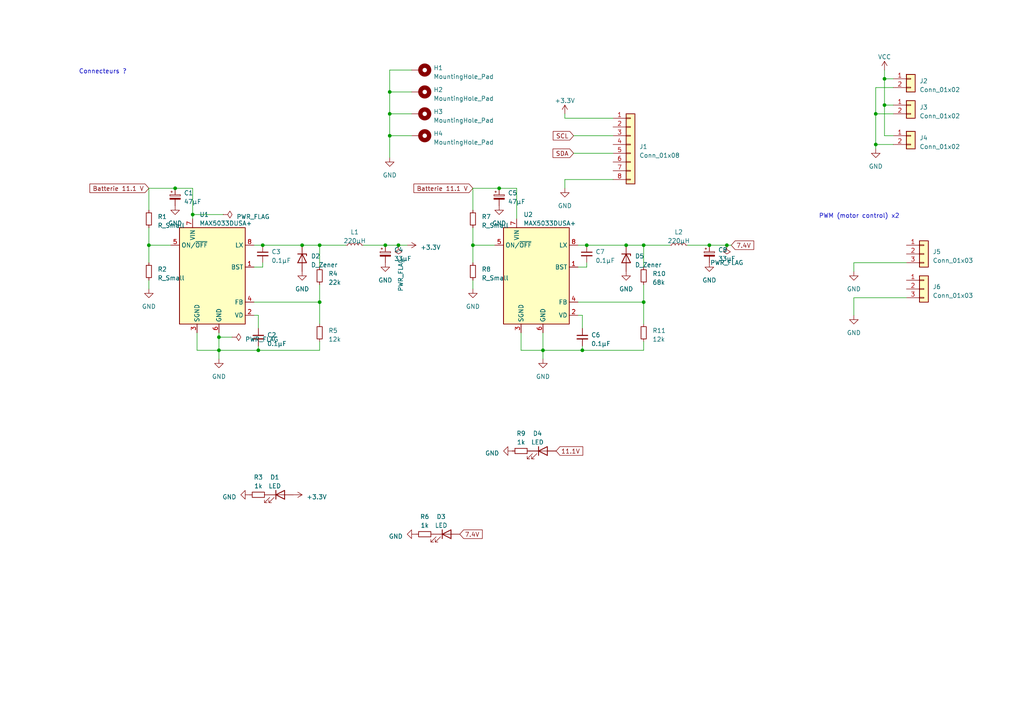
<source format=kicad_sch>
(kicad_sch (version 20230121) (generator eeschema)
  (paper "A4")
  (lib_symbols
    (symbol "Connector_Generic:Conn_01x02" (pin_names (offset 1.016) hide)
      (property "Reference" "J" (at 0 2.54 0))
      (property "Value" "Conn_01x02" (at 0 -5.08 0))
      (symbol "Conn_01x02_1_1"
        (rectangle (start -1.27 -2.413) (end 0 -2.667) (stroke (width 0.1524)))
        (rectangle (start -1.27 0.127) (end 0 -0.127) (stroke (width 0.1524)))
        (rectangle (start -1.27 1.27) (end 1.27 -3.81) (stroke (width 0.254)) (fill (type background)))
        (pin passive line (at -5.08 0 0) (length 3.81) (name "Pin_1") (number "1"))
        (pin passive line (at -5.08 -2.54 0) (length 3.81) (name "Pin_2") (number "2"))
      )
    )
    (symbol "Connector_Generic:Conn_01x03" (pin_names (offset 1.016) hide)
      (property "Reference" "J" (at 0 5.08 0))
      (property "Value" "Conn_01x03" (at 0 -5.08 0))
      (symbol "Conn_01x03_1_1"
        (rectangle (start -1.27 -2.413) (end 0 -2.667) (stroke (width 0.1524)))
        (rectangle (start -1.27 0.127) (end 0 -0.127) (stroke (width 0.1524)))
        (rectangle (start -1.27 2.667) (end 0 2.413) (stroke (width 0.1524)))
        (rectangle (start -1.27 3.81) (end 1.27 -3.81) (stroke (width 0.254)) (fill (type background)))
        (pin passive line (at -5.08 2.54 0) (length 3.81) (name "Pin_1") (number "1"))
        (pin passive line (at -5.08 0 0) (length 3.81) (name "Pin_2") (number "2"))
        (pin passive line (at -5.08 -2.54 0) (length 3.81) (name "Pin_3") (number "3"))
      )
    )
    (symbol "Connector_Generic:Conn_01x08" (pin_names (offset 1.016) hide)
      (property "Reference" "J" (at 0 10.16 0))
      (property "Value" "Conn_01x08" (at 0 -12.7 0))
      (symbol "Conn_01x08_1_1"
        (rectangle (start -1.27 -10.033) (end 0 -10.287) (stroke (width 0.1524)))
        (rectangle (start -1.27 -7.493) (end 0 -7.747) (stroke (width 0.1524)))
        (rectangle (start -1.27 -4.953) (end 0 -5.207) (stroke (width 0.1524)))
        (rectangle (start -1.27 -2.413) (end 0 -2.667) (stroke (width 0.1524)))
        (rectangle (start -1.27 0.127) (end 0 -0.127) (stroke (width 0.1524)))
        (rectangle (start -1.27 2.667) (end 0 2.413) (stroke (width 0.1524)))
        (rectangle (start -1.27 5.207) (end 0 4.953) (stroke (width 0.1524)))
        (rectangle (start -1.27 7.747) (end 0 7.493) (stroke (width 0.1524)))
        (rectangle (start -1.27 8.89) (end 1.27 -11.43) (stroke (width 0.254)) (fill (type background)))
        (pin passive line (at -5.08 7.62 0) (length 3.81) (name "Pin_1") (number "1"))
        (pin passive line (at -5.08 5.08 0) (length 3.81) (name "Pin_2") (number "2"))
        (pin passive line (at -5.08 2.54 0) (length 3.81) (name "Pin_3") (number "3"))
        (pin passive line (at -5.08 0 0) (length 3.81) (name "Pin_4") (number "4"))
        (pin passive line (at -5.08 -2.54 0) (length 3.81) (name "Pin_5") (number "5"))
        (pin passive line (at -5.08 -5.08 0) (length 3.81) (name "Pin_6") (number "6"))
        (pin passive line (at -5.08 -7.62 0) (length 3.81) (name "Pin_7") (number "7"))
        (pin passive line (at -5.08 -10.16 0) (length 3.81) (name "Pin_8") (number "8"))
      )
    )
    (symbol "Device:C_Polarized_Small" (pin_numbers hide) (pin_names (offset 0.254) hide)
      (property "Reference" "C" (at 0.254 1.778 0))
      (property "Value" "C_Polarized_Small" (at 0.254 -2.032 0))
      (symbol "C_Polarized_Small_0_1"
        (rectangle (start -1.524 -0.3048) (end 1.524 -0.6858) (fill (type outline)))
        (rectangle (start -1.524 0.6858) (end 1.524 0.3048))
        (polyline (pts (xy -1.27 1.524) (xy -0.762 1.524)))
        (polyline (pts (xy -1.016 1.27) (xy -1.016 1.778)))
      )
      (symbol "C_Polarized_Small_1_1"
        (pin passive line (at 0 2.54 270) (length 1.8542) (name "~") (number "1"))
        (pin passive line (at 0 -2.54 90) (length 1.8542) (name "~") (number "2"))
      )
    )
    (symbol "Device:C_Small" (pin_numbers hide) (pin_names (offset 0.254) hide)
      (property "Reference" "C" (at 0.254 1.778 0))
      (property "Value" "C_Small" (at 0.254 -2.032 0))
      (symbol "C_Small_0_1"
        (polyline (pts (xy -1.524 -0.508) (xy 1.524 -0.508)) (stroke (width 0.3302)))
        (polyline (pts (xy -1.524 0.508) (xy 1.524 0.508)) (stroke (width 0.3048)))
      )
      (symbol "C_Small_1_1"
        (pin passive line (at 0 2.54 270) (length 2.032) (name "~") (number "1"))
        (pin passive line (at 0 -2.54 90) (length 2.032) (name "~") (number "2"))
      )
    )
    (symbol "Device:D_Zener" (pin_numbers hide) (pin_names (offset 1.016) hide)
      (property "Reference" "D" (at 0 2.54 0))
      (property "Value" "D_Zener" (at 0 -2.54 0))
      (symbol "D_Zener_0_1"
        (polyline (pts (xy 1.27 0) (xy -1.27 0)))
        (polyline (pts (xy -1.27 -1.27) (xy -1.27 1.27) (xy -0.762 1.27)) (stroke (width 0.254)))
        (polyline (pts (xy 1.27 -1.27) (xy 1.27 1.27) (xy -1.27 0) (xy 1.27 -1.27)) (stroke (width 0.254)))
      )
      (symbol "D_Zener_1_1"
        (pin passive line (at -3.81 0 0) (length 2.54) (name "K") (number "1"))
        (pin passive line (at 3.81 0 180) (length 2.54) (name "A") (number "2"))
      )
    )
    (symbol "Device:LED" (pin_numbers hide) (pin_names (offset 1.016) hide)
      (property "Reference" "D" (at 0 2.54 0))
      (property "Value" "LED" (at 0 -2.54 0))
      (symbol "LED_0_1"
        (polyline (pts (xy -1.27 -1.27) (xy -1.27 1.27)) (stroke (width 0.254)))
        (polyline (pts (xy -1.27 0) (xy 1.27 0)))
        (polyline (pts (xy 1.27 -1.27) (xy 1.27 1.27) (xy -1.27 0) (xy 1.27 -1.27)) (stroke (width 0.254)))
        (polyline (pts (xy -3.048 -0.762) (xy -4.572 -2.286) (xy -3.81 -2.286) (xy -4.572 -2.286) (xy -4.572 -1.524)))
        (polyline (pts (xy -1.778 -0.762) (xy -3.302 -2.286) (xy -2.54 -2.286) (xy -3.302 -2.286) (xy -3.302 -1.524)))
      )
      (symbol "LED_1_1"
        (pin passive line (at -3.81 0 0) (length 2.54) (name "K") (number "1"))
        (pin passive line (at 3.81 0 180) (length 2.54) (name "A") (number "2"))
      )
    )
    (symbol "Device:L_Small" (pin_numbers hide) (pin_names (offset 0.254) hide)
      (property "Reference" "L" (at 0.762 1.016 0))
      (property "Value" "L_Small" (at 0.762 -1.016 0))
      (symbol "L_Small_0_1"
        (arc (start 0 -2.032) (mid 0.5058 -1.524) (end 0 -1.016))
        (arc (start 0 -1.016) (mid 0.5058 -0.508) (end 0 0))
        (arc (start 0 0) (mid 0.5058 0.508) (end 0 1.016))
        (arc (start 0 1.016) (mid 0.5058 1.524) (end 0 2.032))
      )
      (symbol "L_Small_1_1"
        (pin passive line (at 0 2.54 270) (length 0.508) (name "~") (number "1"))
        (pin passive line (at 0 -2.54 90) (length 0.508) (name "~") (number "2"))
      )
    )
    (symbol "Device:R_Small" (pin_numbers hide) (pin_names (offset 0.254) hide)
      (property "Reference" "R" (at 0.762 0.508 0))
      (property "Value" "R_Small" (at 0.762 -1.016 0))
      (symbol "R_Small_0_1"
        (rectangle (start -0.762 1.778) (end 0.762 -1.778) (stroke (width 0.2032)))
      )
      (symbol "R_Small_1_1"
        (pin passive line (at 0 2.54 270) (length 0.762) (name "~") (number "1"))
        (pin passive line (at 0 -2.54 90) (length 0.762) (name "~") (number "2"))
      )
    )
    (symbol "Mechanical:MountingHole_Pad" (pin_numbers hide) (pin_names (offset 1.016) hide)
      (property "Reference" "H" (at 0 6.35 0))
      (property "Value" "MountingHole_Pad" (at 0 4.445 0))
      (symbol "MountingHole_Pad_0_1"
        (circle (center 0 1.27) (radius 1.27) (stroke (width 1.27)))
      )
      (symbol "MountingHole_Pad_1_1"
        (pin input line (at 0 -2.54 90) (length 2.54) (name "1") (number "1"))
      )
    )
    (symbol "Regulator_Switching:MAX5035AUSA"
      (property "Reference" "U" (at 2.54 20.32 0))
      (property "Value" "MAX5033DUSA+" (at 7.62 20.32 0))
      (symbol "MAX5035AUSA_0_1"
        (rectangle (start -11.43 16.51) (end 7.62 -11.43) (stroke (width 0.254)) (fill (type background)))
      )
      (symbol "MAX5035AUSA_1_1"
        (pin passive line (at 10.16 5.08 180) (length 2.54) (name "BST") (number "1"))
        (pin passive line (at 10.16 -8.89 180) (length 2.54) (name "VD") (number "2"))
        (pin power_in line (at -6.35 -13.97 90) (length 2.54) (name "SGND") (number "3"))
        (pin input line (at 10.16 -5.08 180) (length 2.54) (name "FB") (number "4"))
        (pin input line (at -13.97 11.43 0) (length 2.54) (name "ON/~{OFF}") (number "5"))
        (pin power_in line (at 0 -13.97 90) (length 2.54) (name "GND") (number "6"))
        (pin power_in line (at -7.62 19.05 270) (length 2.54) (name "VIN") (number "7"))
        (pin output line (at 10.16 11.43 180) (length 2.54) (name "LX") (number "8"))
      )
    )
    (symbol "power:+3.3V" (power) (pin_names (offset 0))
      (property "Value" "+3.3V" (at 0 3.556 0))
      (symbol "+3.3V_0_1"
        (polyline (pts (xy -0.762 1.27) (xy 0 2.54)))
        (polyline (pts (xy 0 0) (xy 0 2.54)))
        (polyline (pts (xy 0 2.54) (xy 0.762 1.27)))
      )
      (symbol "+3.3V_1_1"
        (pin power_in line (at 0 0 90) (length 0) hide (name "+3.3V") (number "1"))
      )
    )
    (symbol "power:GND" (power) (pin_names (offset 0))
      (property "Value" "GND" (at 0 -3.81 0))
      (symbol "GND_0_1"
        (polyline (pts (xy 0 0) (xy 0 -1.27) (xy 1.27 -1.27) (xy 0 -2.54) (xy -1.27 -1.27) (xy 0 -1.27)))
      )
      (symbol "GND_1_1"
        (pin power_in line (at 0 0 270) (length 0) hide (name "GND") (number "1"))
      )
    )
    (symbol "power:PWR_FLAG" (power) (pin_numbers hide) (pin_names (offset 0) hide)
      (property "Value" "PWR_FLAG" (at 0 3.81 0))
      (symbol "PWR_FLAG_0_0"
        (pin power_out line (at 0 0 90) (length 0) (name "pwr") (number "1"))
      )
      (symbol "PWR_FLAG_0_1"
        (polyline (pts (xy 0 0) (xy 0 1.27) (xy -1.016 1.905) (xy 0 2.54) (xy 1.016 1.905) (xy 0 1.27)))
      )
    )
    (symbol "power:VCC" (power) (pin_names (offset 0))
      (property "Value" "VCC" (at 0 3.81 0))
      (symbol "VCC_0_1"
        (polyline (pts (xy -0.762 1.27) (xy 0 2.54)))
        (polyline (pts (xy 0 0) (xy 0 2.54)))
        (polyline (pts (xy 0 2.54) (xy 0.762 1.27)))
      )
      (symbol "VCC_1_1"
        (pin power_in line (at 0 0 90) (length 0) hide (name "VCC") (number "1"))
      )
    )
  )
  (junction (at 254 33.02))
  (junction (at 256.54 22.86))
  (junction (at 92.71 71.12))
  (junction (at 113.03 26.67))
  (junction (at 63.5 97.79))
  (junction (at 256.54 30.48))
  (junction (at 55.88 62.23))
  (junction (at 111.76 71.12))
  (junction (at 157.48 101.6))
  (junction (at 74.93 101.6))
  (junction (at 186.69 71.12))
  (junction (at 254 41.91))
  (junction (at 50.8 54.61))
  (junction (at 115.57 71.12))
  (junction (at 186.69 87.63))
  (junction (at 137.16 71.12))
  (junction (at 170.18 71.12))
  (junction (at 76.2 71.12))
  (junction (at 92.71 87.63))
  (junction (at 43.18 71.12))
  (junction (at 113.03 39.37))
  (junction (at 210.82 71.12))
  (junction (at 113.03 33.02))
  (junction (at 168.91 101.6))
  (junction (at 205.74 71.12))
  (junction (at 144.78 54.61))
  (junction (at 181.61 71.12))
  (junction (at 63.5 101.6))
  (junction (at 87.63 71.12))
  (wire (pts (xy 113.03 26.67) (xy 113.03 33.02)))
  (wire (pts (xy 168.91 100.33) (xy 168.91 101.6)))
  (wire (pts (xy 186.69 99.06) (xy 186.69 101.6)))
  (wire (pts (xy 113.03 33.02) (xy 113.03 39.37)))
  (wire (pts (xy 49.53 71.12) (xy 43.18 71.12)))
  (wire (pts (xy 144.78 54.61) (xy 149.86 54.61)))
  (wire (pts (xy 63.5 96.52) (xy 63.5 97.79)))
  (wire (pts (xy 137.16 71.12) (xy 137.16 76.2)))
  (wire (pts (xy 137.16 60.96) (xy 137.16 54.61)))
  (wire (pts (xy 74.93 100.33) (xy 74.93 101.6)))
  (wire (pts (xy 163.83 52.07) (xy 163.83 54.61)))
  (wire (pts (xy 113.03 39.37) (xy 113.03 45.72)))
  (wire (pts (xy 254 25.4) (xy 254 33.02)))
  (wire (pts (xy 247.65 76.2) (xy 247.65 78.74)))
  (wire (pts (xy 57.15 96.52) (xy 57.15 101.6)))
  (wire (pts (xy 210.82 71.12) (xy 212.09 71.12)))
  (wire (pts (xy 63.5 97.79) (xy 63.5 101.6)))
  (wire (pts (xy 73.66 71.12) (xy 76.2 71.12)))
  (wire (pts (xy 115.57 71.12) (xy 118.11 71.12)))
  (wire (pts (xy 157.48 96.52) (xy 157.48 101.6)))
  (wire (pts (xy 256.54 39.37) (xy 256.54 30.48)))
  (wire (pts (xy 43.18 66.04) (xy 43.18 71.12)))
  (wire (pts (xy 177.8 52.07) (xy 163.83 52.07)))
  (wire (pts (xy 55.88 62.23) (xy 55.88 63.5)))
  (wire (pts (xy 73.66 87.63) (xy 92.71 87.63)))
  (wire (pts (xy 63.5 97.79) (xy 67.31 97.79)))
  (wire (pts (xy 63.5 101.6) (xy 63.5 104.14)))
  (wire (pts (xy 157.48 101.6) (xy 157.48 104.14)))
  (wire (pts (xy 167.64 91.44) (xy 168.91 91.44)))
  (wire (pts (xy 259.08 33.02) (xy 254 33.02)))
  (wire (pts (xy 73.66 91.44) (xy 74.93 91.44)))
  (wire (pts (xy 55.88 62.23) (xy 64.77 62.23)))
  (wire (pts (xy 170.18 77.47) (xy 167.64 77.47)))
  (wire (pts (xy 151.13 96.52) (xy 151.13 101.6)))
  (wire (pts (xy 55.88 54.61) (xy 55.88 62.23)))
  (wire (pts (xy 137.16 83.82) (xy 137.16 81.28)))
  (wire (pts (xy 163.83 34.29) (xy 163.83 33.02)))
  (wire (pts (xy 170.18 71.12) (xy 181.61 71.12)))
  (wire (pts (xy 168.91 101.6) (xy 186.69 101.6)))
  (wire (pts (xy 92.71 71.12) (xy 92.71 77.47)))
  (wire (pts (xy 262.89 76.2) (xy 247.65 76.2)))
  (wire (pts (xy 119.38 20.32) (xy 113.03 20.32)))
  (wire (pts (xy 143.51 71.12) (xy 137.16 71.12)))
  (wire (pts (xy 76.2 76.2) (xy 76.2 77.47)))
  (wire (pts (xy 167.64 71.12) (xy 170.18 71.12)))
  (wire (pts (xy 256.54 22.86) (xy 256.54 20.32)))
  (wire (pts (xy 170.18 76.2) (xy 170.18 77.47)))
  (wire (pts (xy 43.18 71.12) (xy 43.18 76.2)))
  (wire (pts (xy 50.8 54.61) (xy 55.88 54.61)))
  (wire (pts (xy 92.71 99.06) (xy 92.71 101.6)))
  (wire (pts (xy 181.61 71.12) (xy 186.69 71.12)))
  (wire (pts (xy 43.18 60.96) (xy 43.18 54.61)))
  (wire (pts (xy 74.93 101.6) (xy 92.71 101.6)))
  (wire (pts (xy 113.03 33.02) (xy 119.38 33.02)))
  (wire (pts (xy 256.54 30.48) (xy 256.54 22.86)))
  (wire (pts (xy 186.69 87.63) (xy 186.69 82.55)))
  (wire (pts (xy 167.64 87.63) (xy 186.69 87.63)))
  (wire (pts (xy 205.74 71.12) (xy 210.82 71.12)))
  (wire (pts (xy 254 33.02) (xy 254 41.91)))
  (wire (pts (xy 119.38 26.67) (xy 113.03 26.67)))
  (wire (pts (xy 199.39 71.12) (xy 205.74 71.12)))
  (wire (pts (xy 186.69 71.12) (xy 194.31 71.12)))
  (wire (pts (xy 92.71 87.63) (xy 92.71 93.98)))
  (wire (pts (xy 76.2 71.12) (xy 87.63 71.12)))
  (wire (pts (xy 177.8 34.29) (xy 163.83 34.29)))
  (wire (pts (xy 262.89 86.36) (xy 247.65 86.36)))
  (wire (pts (xy 63.5 101.6) (xy 74.93 101.6)))
  (wire (pts (xy 105.41 71.12) (xy 111.76 71.12)))
  (wire (pts (xy 74.93 91.44) (xy 74.93 95.25)))
  (wire (pts (xy 247.65 86.36) (xy 247.65 91.44)))
  (wire (pts (xy 92.71 71.12) (xy 100.33 71.12)))
  (wire (pts (xy 151.13 101.6) (xy 157.48 101.6)))
  (wire (pts (xy 186.69 87.63) (xy 186.69 93.98)))
  (wire (pts (xy 92.71 87.63) (xy 92.71 82.55)))
  (wire (pts (xy 149.86 54.61) (xy 149.86 63.5)))
  (wire (pts (xy 137.16 66.04) (xy 137.16 71.12)))
  (wire (pts (xy 157.48 101.6) (xy 168.91 101.6)))
  (wire (pts (xy 113.03 39.37) (xy 119.38 39.37)))
  (wire (pts (xy 186.69 71.12) (xy 186.69 77.47)))
  (wire (pts (xy 137.16 54.61) (xy 144.78 54.61)))
  (wire (pts (xy 111.76 71.12) (xy 115.57 71.12)))
  (wire (pts (xy 259.08 39.37) (xy 256.54 39.37)))
  (wire (pts (xy 87.63 71.12) (xy 92.71 71.12)))
  (wire (pts (xy 259.08 22.86) (xy 256.54 22.86)))
  (wire (pts (xy 76.2 77.47) (xy 73.66 77.47)))
  (wire (pts (xy 166.37 39.37) (xy 177.8 39.37)))
  (wire (pts (xy 43.18 83.82) (xy 43.18 81.28)))
  (wire (pts (xy 57.15 101.6) (xy 63.5 101.6)))
  (wire (pts (xy 259.08 30.48) (xy 256.54 30.48)))
  (wire (pts (xy 43.18 54.61) (xy 50.8 54.61)))
  (wire (pts (xy 259.08 25.4) (xy 254 25.4)))
  (wire (pts (xy 113.03 20.32) (xy 113.03 26.67)))
  (wire (pts (xy 254 41.91) (xy 254 43.18)))
  (wire (pts (xy 168.91 91.44) (xy 168.91 95.25)))
  (wire (pts (xy 259.08 41.91) (xy 254 41.91)))
  (wire (pts (xy 166.37 44.45) (xy 177.8 44.45)))
  (text "PWM (motor control) x2\n" (at 237.49 63.5 0) (effects (font (size 1.27 1.27)) (justify left bottom)))
  (text "Connecteurs ?\n" (at 22.86 21.59 0) (effects (font (size 1.27 1.27)) (justify left bottom)))
  (global_label "Batterie 11.1 V" (shape input) (at 137.16 54.61 180) (property "Intersheetrefs" "${INTERSHEET_REFS}" (effects hide)))
  (global_label "SCL" (shape input) (at 166.37 39.37 180) (property "Intersheetrefs" "${INTERSHEET_REFS}" (effects hide)))
  (global_label "11.1V" (shape input) (at 161.29 130.81 0) (property "Intersheetrefs" "${INTERSHEET_REFS}" (effects hide)))
  (global_label "7.4V" (shape input) (at 212.09 71.12 0) (property "Intersheetrefs" "${INTERSHEET_REFS}" (effects hide)))
  (global_label "SDA" (shape input) (at 166.37 44.45 180) (property "Intersheetrefs" "${INTERSHEET_REFS}" (effects hide)))
  (global_label "7.4V" (shape input) (at 133.35 154.94 0) (property "Intersheetrefs" "${INTERSHEET_REFS}" (effects hide)))
  (global_label "Batterie 11.1 V" (shape input) (at 43.18 54.61 180) (property "Intersheetrefs" "${INTERSHEET_REFS}" (effects hide)))
  (symbol (lib_id "Device:L_Small") (at 102.87 71.12 90) (unit 1)
    (property "Reference" "L1" (at 102.87 67.31 90))
    (property "Value" "220µH" (at 102.87 69.85 90))
    (property "Footprint" "Inductor_SMD:L_0805_2012Metric_Pad1.05x1.20mm_HandSolder" (effects hide))
  )
  (symbol (lib_id "Device:L_Small") (at 196.85 71.12 90) (unit 1)
    (property "Reference" "L2" (at 196.85 67.31 90))
    (property "Value" "220µH" (at 196.85 69.85 90))
    (property "Footprint" "Inductor_SMD:L_0805_2012Metric_Pad1.05x1.20mm_HandSolder" (effects hide))
  )
  (symbol (lib_id "Device:C_Polarized_Small") (at 111.76 73.66 0) (unit 1)
    (property "Reference" "C4" (at 114.3 72.4789 0) (effects (justify left)))
    (property "Value" "33µF" (at 114.3 75.0189 0) (effects (justify left)))
    (property "Footprint" "Capacitor_SMD:C_0603_1608Metric_Pad1.08x0.95mm_HandSolder" (effects hide))
  )
  (symbol (lib_id "Device:D_Zener") (at 181.61 74.93 270) (unit 1)
    (property "Reference" "D5" (at 184.15 74.295 90) (effects (justify left)))
    (property "Value" "D_Zener" (at 184.15 76.835 90) (effects (justify left)))
    (property "Footprint" "Diode_SMD:Littelfuse_PolyZen-LS" (effects hide))
  )
  (symbol (lib_id "power:GND") (at 157.48 104.14 0) (unit 1)
    (property "Reference" "#PWR014" (effects hide))
    (property "Value" "GND" (at 157.48 109.22 0))
  )
  (symbol (lib_id "Connector_Generic:Conn_01x02") (at 264.16 30.48 0) (unit 1)
    (property "Reference" "J3" (at 266.7 31.115 0) (effects (justify left)))
    (property "Value" "Conn_01x02" (at 266.7 33.655 0) (effects (justify left)))
    (property "Footprint" "Connector_JST:JST_XH_B2B-XH-AM_1x02_P2.50mm_Vertical" (effects hide))
  )
  (symbol (lib_id "Connector_Generic:Conn_01x08") (at 182.88 41.91 0) (unit 1)
    (property "Reference" "J1" (at 185.42 42.545 0) (effects (justify left)))
    (property "Value" "Conn_01x08" (at 185.42 45.085 0) (effects (justify left)))
    (property "Footprint" "Connector_JST:JST_XH_B8B-XH-AM_1x08_P2.50mm_Vertical" (effects hide))
  )
  (symbol (lib_id "power:GND") (at 63.5 104.14 0) (unit 1)
    (property "Reference" "#PWR03" (effects hide))
    (property "Value" "GND" (at 63.5 109.22 0))
  )
  (symbol (lib_id "Device:C_Small") (at 74.93 97.79 0) (unit 1)
    (property "Reference" "C2" (at 77.47 97.1613 0) (effects (justify left)))
    (property "Value" "0.1µF" (at 77.47 99.7013 0) (effects (justify left)))
    (property "Footprint" "Capacitor_SMD:C_0603_1608Metric_Pad1.08x0.95mm_HandSolder" (effects hide))
  )
  (symbol (lib_id "power:GND") (at 205.74 76.2 0) (unit 1)
    (property "Reference" "#PWR018" (effects hide))
    (property "Value" "GND" (at 205.74 81.28 0))
  )
  (symbol (lib_id "power:PWR_FLAG") (at 210.82 71.12 180) (unit 1)
    (property "Reference" "#FLG04" (effects hide))
    (property "Value" "PWR_FLAG" (at 210.82 76.2 0))
  )
  (symbol (lib_id "Device:LED") (at 81.28 143.51 0) (unit 1)
    (property "Reference" "D1" (at 79.6925 138.43 0))
    (property "Value" "LED" (at 79.6925 140.97 0))
    (property "Footprint" "LED_SMD:LED_0603_1608Metric_Pad1.05x0.95mm_HandSolder" (effects hide))
  )
  (symbol (lib_id "Device:R_Small") (at 137.16 63.5 0) (unit 1)
    (property "Reference" "R7" (at 139.7 62.865 0) (effects (justify left)))
    (property "Value" "R_Small" (at 139.7 65.405 0) (effects (justify left)))
    (property "Footprint" "Resistor_SMD:R_0603_1608Metric_Pad0.98x0.95mm_HandSolder" (effects hide))
  )
  (symbol (lib_id "power:PWR_FLAG") (at 115.57 71.12 0) (mirror x) (unit 1)
    (property "Reference" "#FLG03" (effects hide))
    (property "Value" "PWR_FLAG" (at 116.205 74.93 90) (effects (justify left)))
  )
  (symbol (lib_id "Connector_Generic:Conn_01x02") (at 264.16 39.37 0) (unit 1)
    (property "Reference" "J4" (at 266.7 40.005 0) (effects (justify left)))
    (property "Value" "Conn_01x02" (at 266.7 42.545 0) (effects (justify left)))
    (property "Footprint" "Connector_JST:JST_XH_B2B-XH-AM_1x02_P2.50mm_Vertical" (effects hide))
  )
  (symbol (lib_id "Device:R_Small") (at 92.71 96.52 180) (unit 1)
    (property "Reference" "R5" (at 95.25 95.885 0) (effects (justify right)))
    (property "Value" "12k" (at 95.25 98.425 0) (effects (justify right)))
    (property "Footprint" "Resistor_SMD:R_0603_1608Metric_Pad0.98x0.95mm_HandSolder" (effects hide))
  )
  (symbol (lib_id "Connector_Generic:Conn_01x03") (at 267.97 73.66 0) (unit 1)
    (property "Reference" "J5" (at 270.51 73.025 0) (effects (justify left)))
    (property "Value" "Conn_01x03" (at 270.51 75.565 0) (effects (justify left)))
    (property "Footprint" "Connector_JST:JST_XH_B3B-XH-AM_1x03_P2.50mm_Vertical" (effects hide))
  )
  (symbol (lib_id "Device:R_Small") (at 186.69 96.52 180) (unit 1)
    (property "Reference" "R11" (at 189.23 95.885 0) (effects (justify right)))
    (property "Value" "12k" (at 189.23 98.425 0) (effects (justify right)))
    (property "Footprint" "Resistor_SMD:R_0603_1608Metric_Pad0.98x0.95mm_HandSolder" (effects hide))
  )
  (symbol (lib_id "power:GND") (at 50.8 59.69 0) (unit 1)
    (property "Reference" "#PWR02" (effects hide))
    (property "Value" "GND" (at 50.8 64.77 0))
  )
  (symbol (lib_id "Device:R_Small") (at 92.71 80.01 180) (unit 1)
    (property "Reference" "R4" (at 95.25 79.375 0) (effects (justify right)))
    (property "Value" "22k" (at 95.25 81.915 0) (effects (justify right)))
    (property "Footprint" "Resistor_SMD:R_0603_1608Metric_Pad0.98x0.95mm_HandSolder" (effects hide))
  )
  (symbol (lib_id "power:VCC") (at 256.54 20.32 0) (unit 1)
    (property "Reference" "#PWR022" (effects hide))
    (property "Value" "VCC" (at 256.54 16.51 0))
  )
  (symbol (lib_id "Device:LED") (at 129.54 154.94 0) (unit 1)
    (property "Reference" "D3" (at 127.9525 149.86 0))
    (property "Value" "LED" (at 127.9525 152.4 0))
    (property "Footprint" "LED_SMD:LED_0603_1608Metric_Pad1.05x0.95mm_HandSolder" (effects hide))
  )
  (symbol (lib_id "power:GND") (at 43.18 83.82 0) (unit 1)
    (property "Reference" "#PWR01" (effects hide))
    (property "Value" "GND" (at 43.18 88.9 0))
  )
  (symbol (lib_id "Connector_Generic:Conn_01x03") (at 267.97 83.82 0) (unit 1)
    (property "Reference" "J6" (at 270.51 83.185 0) (effects (justify left)))
    (property "Value" "Conn_01x03" (at 270.51 85.725 0) (effects (justify left)))
    (property "Footprint" "Connector_JST:JST_XH_B3B-XH-AM_1x03_P2.50mm_Vertical" (effects hide))
  )
  (symbol (lib_id "Device:R_Small") (at 123.19 154.94 270) (unit 1)
    (property "Reference" "R6" (at 123.19 149.86 90))
    (property "Value" "1k" (at 123.19 152.4 90))
    (property "Footprint" "Resistor_SMD:R_0603_1608Metric_Pad0.98x0.95mm_HandSolder" (effects hide))
  )
  (symbol (lib_id "Mechanical:MountingHole_Pad") (at 121.92 20.32 270) (unit 1)
    (property "Reference" "H1" (at 125.73 19.685 90) (effects (justify left)))
    (property "Value" "MountingHole_Pad" (at 125.73 22.225 90) (effects (justify left)))
    (property "Footprint" "MountingHole:MountingHole_3.2mm_M3_DIN965_Pad" (effects hide))
  )
  (symbol (lib_id "power:GND") (at 72.39 143.51 270) (unit 1)
    (property "Reference" "#PWR04" (effects hide))
    (property "Value" "GND" (at 68.58 144.145 90) (effects (justify right)))
  )
  (symbol (lib_id "Device:R_Small") (at 43.18 63.5 0) (unit 1)
    (property "Reference" "R1" (at 45.72 62.865 0) (effects (justify left)))
    (property "Value" "R_Small" (at 45.72 65.405 0) (effects (justify left)))
    (property "Footprint" "Resistor_SMD:R_0603_1608Metric_Pad0.98x0.95mm_HandSolder" (effects hide))
  )
  (symbol (lib_id "Device:R_Small") (at 186.69 80.01 180) (unit 1)
    (property "Reference" "R10" (at 189.23 79.375 0) (effects (justify right)))
    (property "Value" "68k" (at 189.23 81.915 0) (effects (justify right)))
    (property "Footprint" "Resistor_SMD:R_0603_1608Metric_Pad0.98x0.95mm_HandSolder" (effects hide))
  )
  (symbol (lib_id "power:GND") (at 247.65 91.44 0) (unit 1)
    (property "Reference" "#PWR020" (effects hide))
    (property "Value" "GND" (at 247.65 96.52 0))
  )
  (symbol (lib_id "power:GND") (at 163.83 54.61 0) (unit 1)
    (property "Reference" "#PWR016" (effects hide))
    (property "Value" "GND" (at 163.83 59.69 0))
  )
  (symbol (lib_id "Device:LED") (at 157.48 130.81 0) (unit 1)
    (property "Reference" "D4" (at 155.8925 125.73 0))
    (property "Value" "LED" (at 155.8925 128.27 0))
    (property "Footprint" "LED_SMD:LED_0603_1608Metric_Pad1.05x0.95mm_HandSolder" (effects hide))
  )
  (symbol (lib_id "power:GND") (at 247.65 78.74 0) (unit 1)
    (property "Reference" "#PWR019" (effects hide))
    (property "Value" "GND" (at 247.65 83.82 0))
  )
  (symbol (lib_id "power:GND") (at 254 43.18 0) (unit 1)
    (property "Reference" "#PWR021" (effects hide))
    (property "Value" "GND" (at 254 48.26 0))
  )
  (symbol (lib_id "Mechanical:MountingHole_Pad") (at 121.92 39.37 270) (unit 1)
    (property "Reference" "H4" (at 125.73 38.735 90) (effects (justify left)))
    (property "Value" "MountingHole_Pad" (at 125.73 41.275 90) (effects (justify left)))
    (property "Footprint" "MountingHole:MountingHole_3.2mm_M3_DIN965_Pad" (effects hide))
  )
  (symbol (lib_id "Device:R_Small") (at 137.16 78.74 0) (unit 1)
    (property "Reference" "R8" (at 139.7 78.105 0) (effects (justify left)))
    (property "Value" "R_Small" (at 139.7 80.645 0) (effects (justify left)))
    (property "Footprint" "Resistor_SMD:R_0603_1608Metric_Pad0.98x0.95mm_HandSolder" (effects hide))
  )
  (symbol (lib_id "Mechanical:MountingHole_Pad") (at 121.92 33.02 270) (unit 1)
    (property "Reference" "H3" (at 125.73 32.385 90) (effects (justify left)))
    (property "Value" "MountingHole_Pad" (at 125.73 34.925 90) (effects (justify left)))
    (property "Footprint" "MountingHole:MountingHole_3.2mm_M3_DIN965_Pad" (effects hide))
  )
  (symbol (lib_id "Regulator_Switching:MAX5035AUSA") (at 63.5 82.55 0) (unit 1)
    (property "Reference" "U1" (at 57.8359 62.23 0) (effects (justify left)))
    (property "Value" "MAX5033DUSA+" (at 57.8359 64.77 0) (effects (justify left)))
    (property "Footprint" "Package_SO:Diodes_PSOP-8" (effects hide))
  )
  (symbol (lib_id "power:+3.3V") (at 85.09 143.51 270) (unit 1)
    (property "Reference" "#PWR05" (effects hide))
    (property "Value" "+3.3V" (at 88.9 144.145 90) (effects (justify left)))
  )
  (symbol (lib_id "Device:R_Small") (at 151.13 130.81 270) (unit 1)
    (property "Reference" "R9" (at 151.13 125.73 90))
    (property "Value" "1k" (at 151.13 128.27 90))
    (property "Footprint" "Resistor_SMD:R_0603_1608Metric_Pad0.98x0.95mm_HandSolder" (effects hide))
  )
  (symbol (lib_id "Device:C_Small") (at 170.18 73.66 0) (unit 1)
    (property "Reference" "C7" (at 172.72 73.0313 0) (effects (justify left)))
    (property "Value" "0.1µF" (at 172.72 75.5713 0) (effects (justify left)))
    (property "Footprint" "Capacitor_SMD:C_0603_1608Metric_Pad1.08x0.95mm_HandSolder" (effects hide))
  )
  (symbol (lib_id "power:+3.3V") (at 163.83 33.02 0) (unit 1)
    (property "Reference" "#PWR015" (effects hide))
    (property "Value" "+3.3V" (at 163.83 29.21 0))
  )
  (symbol (lib_id "power:+3.3V") (at 118.11 71.12 270) (unit 1)
    (property "Reference" "#PWR09" (effects hide))
    (property "Value" "+3.3V" (at 121.92 71.755 90) (effects (justify left)))
  )
  (symbol (lib_id "power:GND") (at 87.63 78.74 0) (unit 1)
    (property "Reference" "#PWR06" (effects hide))
    (property "Value" "GND" (at 87.63 83.82 0))
  )
  (symbol (lib_id "power:GND") (at 181.61 78.74 0) (unit 1)
    (property "Reference" "#PWR017" (effects hide))
    (property "Value" "GND" (at 181.61 83.82 0))
  )
  (symbol (lib_id "power:GND") (at 144.78 59.69 0) (unit 1)
    (property "Reference" "#PWR012" (effects hide))
    (property "Value" "GND" (at 144.78 64.77 0))
  )
  (symbol (lib_id "Device:R_Small") (at 43.18 78.74 0) (unit 1)
    (property "Reference" "R2" (at 45.72 78.105 0) (effects (justify left)))
    (property "Value" "R_Small" (at 45.72 80.645 0) (effects (justify left)))
    (property "Footprint" "Resistor_SMD:R_0603_1608Metric_Pad0.98x0.95mm_HandSolder" (effects hide))
  )
  (symbol (lib_id "Device:D_Zener") (at 87.63 74.93 270) (unit 1)
    (property "Reference" "D2" (at 90.17 74.295 90) (effects (justify left)))
    (property "Value" "D_Zener" (at 90.17 76.835 90) (effects (justify left)))
    (property "Footprint" "Diode_SMD:Littelfuse_PolyZen-LS" (effects hide))
  )
  (symbol (lib_id "Connector_Generic:Conn_01x02") (at 264.16 22.86 0) (unit 1)
    (property "Reference" "J2" (at 266.7 23.495 0) (effects (justify left)))
    (property "Value" "Conn_01x02" (at 266.7 26.035 0) (effects (justify left)))
    (property "Footprint" "Connector_JST:JST_XH_B2B-XH-AM_1x02_P2.50mm_Vertical" (effects hide))
  )
  (symbol (lib_id "power:PWR_FLAG") (at 64.77 62.23 270) (unit 1)
    (property "Reference" "#FLG01" (effects hide))
    (property "Value" "PWR_FLAG" (at 68.58 62.865 90) (effects (justify left)))
  )
  (symbol (lib_id "Device:R_Small") (at 74.93 143.51 270) (unit 1)
    (property "Reference" "R3" (at 74.93 138.43 90))
    (property "Value" "1k" (at 74.93 140.97 90))
    (property "Footprint" "Resistor_SMD:R_0603_1608Metric_Pad0.98x0.95mm_HandSolder" (effects hide))
  )
  (symbol (lib_id "power:GND") (at 137.16 83.82 0) (unit 1)
    (property "Reference" "#PWR011" (effects hide))
    (property "Value" "GND" (at 137.16 88.9 0))
  )
  (symbol (lib_id "Regulator_Switching:MAX5035AUSA") (at 157.48 82.55 0) (unit 1)
    (property "Reference" "U2" (at 151.8159 62.23 0) (effects (justify left)))
    (property "Value" "MAX5033DUSA+" (at 151.8159 64.77 0) (effects (justify left)))
    (property "Footprint" "Package_SO:Diodes_PSOP-8" (effects hide))
  )
  (symbol (lib_id "Device:C_Polarized_Small") (at 205.74 73.66 0) (unit 1)
    (property "Reference" "C8" (at 208.28 72.4789 0) (effects (justify left)))
    (property "Value" "33µF" (at 208.28 75.0189 0) (effects (justify left)))
    (property "Footprint" "Capacitor_SMD:C_0603_1608Metric_Pad1.08x0.95mm_HandSolder" (effects hide))
  )
  (symbol (lib_id "Device:C_Polarized_Small") (at 50.8 57.15 0) (unit 1)
    (property "Reference" "C1" (at 53.34 55.9689 0) (effects (justify left)))
    (property "Value" "47µF" (at 53.34 58.5089 0) (effects (justify left)))
    (property "Footprint" "Capacitor_SMD:C_0603_1608Metric_Pad1.08x0.95mm_HandSolder" (effects hide))
  )
  (symbol (lib_id "Mechanical:MountingHole_Pad") (at 121.92 26.67 270) (unit 1)
    (property "Reference" "H2" (at 125.73 26.035 90) (effects (justify left)))
    (property "Value" "MountingHole_Pad" (at 125.73 28.575 90) (effects (justify left)))
    (property "Footprint" "MountingHole:MountingHole_3.2mm_M3_DIN965_Pad" (effects hide))
  )
  (symbol (lib_id "Device:C_Small") (at 76.2 73.66 0) (unit 1)
    (property "Reference" "C3" (at 78.74 73.0313 0) (effects (justify left)))
    (property "Value" "0.1µF" (at 78.74 75.5713 0) (effects (justify left)))
    (property "Footprint" "Capacitor_SMD:C_0603_1608Metric_Pad1.08x0.95mm_HandSolder" (effects hide))
  )
  (symbol (lib_id "Device:C_Polarized_Small") (at 144.78 57.15 0) (unit 1)
    (property "Reference" "C5" (at 147.32 55.9689 0) (effects (justify left)))
    (property "Value" "47µF" (at 147.32 58.5089 0) (effects (justify left)))
    (property "Footprint" "Capacitor_SMD:C_0603_1608Metric_Pad1.08x0.95mm_HandSolder" (effects hide))
  )
  (symbol (lib_id "power:PWR_FLAG") (at 67.31 97.79 270) (unit 1)
    (property "Reference" "#FLG02" (effects hide))
    (property "Value" "PWR_FLAG" (at 71.12 98.425 90) (effects (justify left)))
  )
  (symbol (lib_id "power:GND") (at 120.65 154.94 270) (unit 1)
    (property "Reference" "#PWR010" (effects hide))
    (property "Value" "GND" (at 116.84 155.575 90) (effects (justify right)))
  )
  (symbol (lib_id "power:GND") (at 148.59 130.81 270) (unit 1)
    (property "Reference" "#PWR013" (effects hide))
    (property "Value" "GND" (at 144.78 131.445 90) (effects (justify right)))
  )
  (symbol (lib_id "Device:C_Small") (at 168.91 97.79 0) (unit 1)
    (property "Reference" "C6" (at 171.45 97.1613 0) (effects (justify left)))
    (property "Value" "0.1µF" (at 171.45 99.7013 0) (effects (justify left)))
    (property "Footprint" "Capacitor_SMD:C_0603_1608Metric_Pad1.08x0.95mm_HandSolder" (effects hide))
  )
  (symbol (lib_id "power:GND") (at 113.03 45.72 0) (unit 1)
    (property "Reference" "#PWR08" (effects hide))
    (property "Value" "GND" (at 113.03 50.8 0))
  )
  (symbol (lib_id "power:GND") (at 111.76 76.2 0) (unit 1)
    (property "Reference" "#PWR07" (effects hide))
    (property "Value" "GND" (at 111.76 81.28 0))
  )
)
</source>
